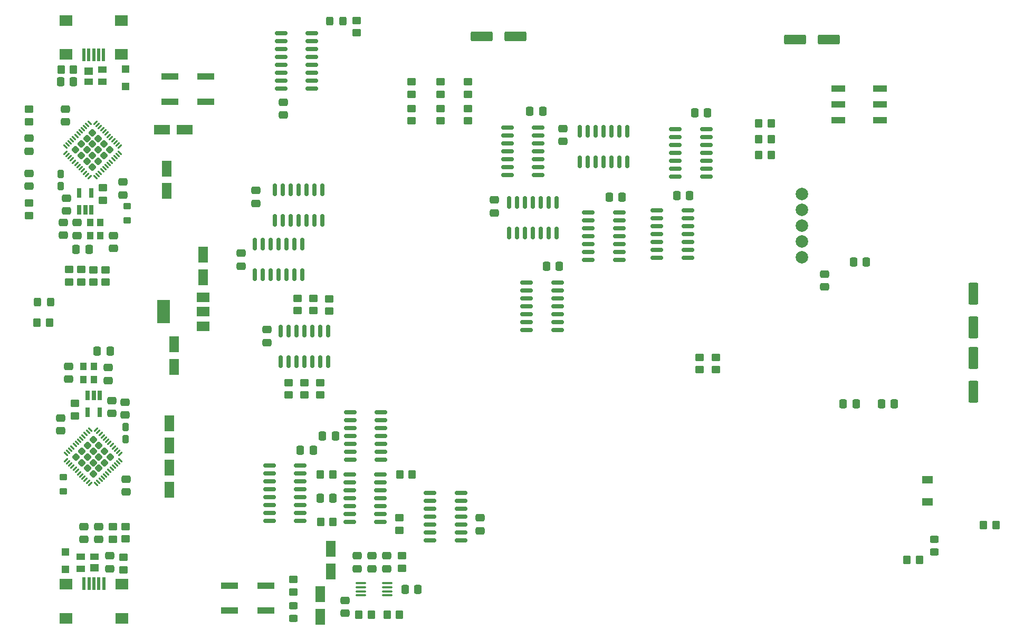
<source format=gbr>
%TF.GenerationSoftware,KiCad,Pcbnew,(6.0.0)*%
%TF.CreationDate,2022-06-20T16:18:32+01:00*%
%TF.ProjectId,RemoteLabs_supervisor_PCB,52656d6f-7465-44c6-9162-735f73757065,rev?*%
%TF.SameCoordinates,Original*%
%TF.FileFunction,Paste,Top*%
%TF.FilePolarity,Positive*%
%FSLAX46Y46*%
G04 Gerber Fmt 4.6, Leading zero omitted, Abs format (unit mm)*
G04 Created by KiCad (PCBNEW (6.0.0)) date 2022-06-20 16:18:32*
%MOMM*%
%LPD*%
G01*
G04 APERTURE LIST*
G04 Aperture macros list*
%AMRoundRect*
0 Rectangle with rounded corners*
0 $1 Rounding radius*
0 $2 $3 $4 $5 $6 $7 $8 $9 X,Y pos of 4 corners*
0 Add a 4 corners polygon primitive as box body*
4,1,4,$2,$3,$4,$5,$6,$7,$8,$9,$2,$3,0*
0 Add four circle primitives for the rounded corners*
1,1,$1+$1,$2,$3*
1,1,$1+$1,$4,$5*
1,1,$1+$1,$6,$7*
1,1,$1+$1,$8,$9*
0 Add four rect primitives between the rounded corners*
20,1,$1+$1,$2,$3,$4,$5,0*
20,1,$1+$1,$4,$5,$6,$7,0*
20,1,$1+$1,$6,$7,$8,$9,0*
20,1,$1+$1,$8,$9,$2,$3,0*%
G04 Aperture macros list end*
%ADD10RoundRect,0.250000X-0.350000X-0.450000X0.350000X-0.450000X0.350000X0.450000X-0.350000X0.450000X0*%
%ADD11RoundRect,0.250000X-0.475000X0.337500X-0.475000X-0.337500X0.475000X-0.337500X0.475000X0.337500X0*%
%ADD12RoundRect,0.250000X-0.550000X1.050000X-0.550000X-1.050000X0.550000X-1.050000X0.550000X1.050000X0*%
%ADD13RoundRect,0.250000X0.337500X0.475000X-0.337500X0.475000X-0.337500X-0.475000X0.337500X-0.475000X0*%
%ADD14RoundRect,0.250000X0.475000X-0.337500X0.475000X0.337500X-0.475000X0.337500X-0.475000X-0.337500X0*%
%ADD15RoundRect,0.250000X-0.550000X1.500000X-0.550000X-1.500000X0.550000X-1.500000X0.550000X1.500000X0*%
%ADD16RoundRect,0.150000X0.825000X0.150000X-0.825000X0.150000X-0.825000X-0.150000X0.825000X-0.150000X0*%
%ADD17RoundRect,0.250000X0.450000X-0.350000X0.450000X0.350000X-0.450000X0.350000X-0.450000X-0.350000X0*%
%ADD18RoundRect,0.250000X-0.450000X0.350000X-0.450000X-0.350000X0.450000X-0.350000X0.450000X0.350000X0*%
%ADD19RoundRect,0.150000X-0.825000X-0.150000X0.825000X-0.150000X0.825000X0.150000X-0.825000X0.150000X0*%
%ADD20R,1.700000X1.300000*%
%ADD21RoundRect,0.150000X0.150000X-0.825000X0.150000X0.825000X-0.150000X0.825000X-0.150000X-0.825000X0*%
%ADD22R,1.100000X1.300000*%
%ADD23RoundRect,0.250000X-0.337500X-0.475000X0.337500X-0.475000X0.337500X0.475000X-0.337500X0.475000X0*%
%ADD24RoundRect,0.250000X0.350000X0.450000X-0.350000X0.450000X-0.350000X-0.450000X0.350000X-0.450000X0*%
%ADD25RoundRect,0.250000X-0.275000X0.400000X-0.275000X-0.400000X0.275000X-0.400000X0.275000X0.400000X0*%
%ADD26RoundRect,0.250000X0.550000X-1.050000X0.550000X1.050000X-0.550000X1.050000X-0.550000X-1.050000X0*%
%ADD27RoundRect,0.250000X-0.325000X-0.450000X0.325000X-0.450000X0.325000X0.450000X-0.325000X0.450000X0*%
%ADD28RoundRect,0.250000X0.275000X-0.400000X0.275000X0.400000X-0.275000X0.400000X-0.275000X-0.400000X0*%
%ADD29R,0.650000X1.560000*%
%ADD30RoundRect,0.250000X0.450000X-0.325000X0.450000X0.325000X-0.450000X0.325000X-0.450000X-0.325000X0*%
%ADD31RoundRect,0.250000X-1.500000X-0.550000X1.500000X-0.550000X1.500000X0.550000X-1.500000X0.550000X0*%
%ADD32R,1.400000X1.200000*%
%ADD33R,1.400000X1.000000*%
%ADD34RoundRect,0.250000X0.550000X-1.500000X0.550000X1.500000X-0.550000X1.500000X-0.550000X-1.500000X0*%
%ADD35R,2.000000X1.500000*%
%ADD36R,2.000000X3.800000*%
%ADD37RoundRect,0.100000X-0.712500X-0.100000X0.712500X-0.100000X0.712500X0.100000X-0.712500X0.100000X0*%
%ADD38R,2.800000X1.000000*%
%ADD39RoundRect,0.250000X-0.381838X0.000000X0.000000X-0.381838X0.381838X0.000000X0.000000X0.381838X0*%
%ADD40RoundRect,0.062500X-0.309359X0.220971X0.220971X-0.309359X0.309359X-0.220971X-0.220971X0.309359X0*%
%ADD41RoundRect,0.062500X-0.309359X-0.220971X-0.220971X-0.309359X0.309359X0.220971X0.220971X0.309359X0*%
%ADD42R,0.500000X2.000000*%
%ADD43R,2.000000X1.700000*%
%ADD44C,2.000000*%
%ADD45RoundRect,0.250000X-1.050000X-0.550000X1.050000X-0.550000X1.050000X0.550000X-1.050000X0.550000X0*%
%ADD46R,1.200000X1.200000*%
%ADD47RoundRect,0.250000X-0.350000X0.275000X-0.350000X-0.275000X0.350000X-0.275000X0.350000X0.275000X0*%
%ADD48RoundRect,0.250000X0.381838X0.000000X0.000000X0.381838X-0.381838X0.000000X0.000000X-0.381838X0*%
%ADD49RoundRect,0.062500X0.309359X-0.220971X-0.220971X0.309359X-0.309359X0.220971X0.220971X-0.309359X0*%
%ADD50RoundRect,0.062500X0.309359X0.220971X0.220971X0.309359X-0.309359X-0.220971X-0.220971X-0.309359X0*%
%ADD51R,2.160000X1.120000*%
%ADD52RoundRect,0.250000X0.350000X-0.275000X0.350000X0.275000X-0.350000X0.275000X-0.350000X-0.275000X0*%
G04 APERTURE END LIST*
D10*
%TO.C,R11*%
X169291000Y-40843200D03*
X171291000Y-40843200D03*
%TD*%
D11*
%TO.C,C16*%
X58166000Y-52810500D03*
X58166000Y-54885500D03*
%TD*%
%TO.C,C38*%
X90373200Y-73948800D03*
X90373200Y-76023800D03*
%TD*%
D12*
%TO.C,EC4*%
X74676000Y-96062800D03*
X74676000Y-99662800D03*
%TD*%
D13*
%TO.C,C28*%
X134612200Y-38862000D03*
X132537200Y-38862000D03*
%TD*%
D14*
%TO.C,C33*%
X104851200Y-112311000D03*
X104851200Y-110236000D03*
%TD*%
D15*
%TO.C,EC9*%
X203758800Y-78521600D03*
X203758800Y-83921600D03*
%TD*%
D16*
%TO.C,U7*%
X97572600Y-35179000D03*
X97572600Y-33909000D03*
X97572600Y-32639000D03*
X97572600Y-31369000D03*
X97572600Y-30099000D03*
X97572600Y-28829000D03*
X97572600Y-27559000D03*
X97572600Y-26289000D03*
X92622600Y-26289000D03*
X92622600Y-27559000D03*
X92622600Y-28829000D03*
X92622600Y-30099000D03*
X92622600Y-31369000D03*
X92622600Y-32639000D03*
X92622600Y-33909000D03*
X92622600Y-35179000D03*
%TD*%
D17*
%TO.C,R35*%
X111658400Y-106172000D03*
X111658400Y-104172000D03*
%TD*%
D11*
%TO.C,C18*%
X57708800Y-56692800D03*
X57708800Y-58767800D03*
%TD*%
D18*
%TO.C,R4*%
X67665600Y-105562400D03*
X67665600Y-107562400D03*
%TD*%
D19*
%TO.C,U10*%
X132043400Y-66344800D03*
X132043400Y-67614800D03*
X132043400Y-68884800D03*
X132043400Y-70154800D03*
X132043400Y-71424800D03*
X132043400Y-72694800D03*
X132043400Y-73964800D03*
X136993400Y-73964800D03*
X136993400Y-72694800D03*
X136993400Y-71424800D03*
X136993400Y-70154800D03*
X136993400Y-68884800D03*
X136993400Y-67614800D03*
X136993400Y-66344800D03*
%TD*%
D14*
%TO.C,C4*%
X65481200Y-87376000D03*
X65481200Y-85301000D03*
%TD*%
D10*
%TO.C,R32*%
X98974400Y-104851200D03*
X100974400Y-104851200D03*
%TD*%
D13*
%TO.C,C24*%
X161072600Y-39116000D03*
X158997600Y-39116000D03*
%TD*%
D20*
%TO.C,D1*%
X196392800Y-98072000D03*
X196392800Y-101572000D03*
%TD*%
D11*
%TO.C,C11*%
X57302400Y-88116500D03*
X57302400Y-90191500D03*
%TD*%
%TO.C,C40*%
X86258400Y-61671200D03*
X86258400Y-63746200D03*
%TD*%
D14*
%TO.C,C8*%
X67614800Y-87651500D03*
X67614800Y-85576500D03*
%TD*%
D13*
%TO.C,C10*%
X191051000Y-85852000D03*
X188976000Y-85852000D03*
%TD*%
D18*
%TO.C,R39*%
X104800400Y-24282400D03*
X104800400Y-26282400D03*
%TD*%
%TO.C,R21*%
X113588800Y-34153600D03*
X113588800Y-36153600D03*
%TD*%
D17*
%TO.C,R27*%
X93827600Y-84434200D03*
X93827600Y-82434200D03*
%TD*%
D21*
%TO.C,U8*%
X129235200Y-58456600D03*
X130505200Y-58456600D03*
X131775200Y-58456600D03*
X133045200Y-58456600D03*
X134315200Y-58456600D03*
X135585200Y-58456600D03*
X136855200Y-58456600D03*
X136855200Y-53506600D03*
X135585200Y-53506600D03*
X134315200Y-53506600D03*
X133045200Y-53506600D03*
X131775200Y-53506600D03*
X130505200Y-53506600D03*
X129235200Y-53506600D03*
%TD*%
D19*
%TO.C,U14*%
X152980300Y-54813200D03*
X152980300Y-56083200D03*
X152980300Y-57353200D03*
X152980300Y-58623200D03*
X152980300Y-59893200D03*
X152980300Y-61163200D03*
X152980300Y-62433200D03*
X157930300Y-62433200D03*
X157930300Y-61163200D03*
X157930300Y-59893200D03*
X157930300Y-58623200D03*
X157930300Y-57353200D03*
X157930300Y-56083200D03*
X157930300Y-54813200D03*
%TD*%
D14*
%TO.C,C34*%
X102870000Y-119481600D03*
X102870000Y-117406600D03*
%TD*%
D22*
%TO.C,X2*%
X63652400Y-58826400D03*
X63652400Y-56726400D03*
X62002400Y-56726400D03*
X62002400Y-58826400D03*
%TD*%
D23*
%TO.C,C12*%
X95707200Y-93319600D03*
X97782200Y-93319600D03*
%TD*%
D24*
%TO.C,R33*%
X113674400Y-97231200D03*
X111674400Y-97231200D03*
%TD*%
%TO.C,R14*%
X111645200Y-119684800D03*
X109645200Y-119684800D03*
%TD*%
D18*
%TO.C,R3*%
X65633600Y-105578400D03*
X65633600Y-107578400D03*
%TD*%
D11*
%TO.C,C1B1*%
X52171600Y-48818800D03*
X52171600Y-50893800D03*
%TD*%
D25*
%TO.C,C7*%
X67716400Y-89550600D03*
X67716400Y-91500600D03*
%TD*%
D13*
%TO.C,C25*%
X137312400Y-63754000D03*
X135237400Y-63754000D03*
%TD*%
D26*
%TO.C,EC6*%
X74269600Y-51663600D03*
X74269600Y-48063600D03*
%TD*%
D18*
%TO.C,R30*%
X95300800Y-68884800D03*
X95300800Y-70884800D03*
%TD*%
D11*
%TO.C,C1A1*%
X52171600Y-43187800D03*
X52171600Y-45262800D03*
%TD*%
D18*
%TO.C,R31*%
X97815400Y-68897800D03*
X97815400Y-70897800D03*
%TD*%
D26*
%TO.C,EC3*%
X74676000Y-92579600D03*
X74676000Y-88979600D03*
%TD*%
D21*
%TO.C,U9*%
X140563600Y-47012400D03*
X141833600Y-47012400D03*
X143103600Y-47012400D03*
X144373600Y-47012400D03*
X145643600Y-47012400D03*
X146913600Y-47012400D03*
X148183600Y-47012400D03*
X148183600Y-42062400D03*
X146913600Y-42062400D03*
X145643600Y-42062400D03*
X144373600Y-42062400D03*
X143103600Y-42062400D03*
X141833600Y-42062400D03*
X140563600Y-42062400D03*
%TD*%
D14*
%TO.C,C9*%
X67767200Y-99995900D03*
X67767200Y-97920900D03*
%TD*%
D18*
%TO.C,R40*%
X59537600Y-85801200D03*
X59537600Y-87801200D03*
%TD*%
D11*
%TO.C,C32*%
X107238800Y-110236000D03*
X107238800Y-112311000D03*
%TD*%
D17*
%TO.C,R25*%
X64465200Y-66312800D03*
X64465200Y-64312800D03*
%TD*%
D11*
%TO.C,C19*%
X58064400Y-38514200D03*
X58064400Y-40589200D03*
%TD*%
D23*
%TO.C,C35*%
X112522000Y-115620800D03*
X114597000Y-115620800D03*
%TD*%
D13*
%TO.C,C20*%
X61815800Y-61010800D03*
X59740800Y-61010800D03*
%TD*%
D27*
%TO.C,D9*%
X100482400Y-24384000D03*
X102532400Y-24384000D03*
%TD*%
D18*
%TO.C,R29*%
X100355400Y-68962800D03*
X100355400Y-70962800D03*
%TD*%
D10*
%TO.C,R36*%
X193106800Y-110896400D03*
X195106800Y-110896400D03*
%TD*%
D13*
%TO.C,C43*%
X100974400Y-101041200D03*
X98899400Y-101041200D03*
%TD*%
D17*
%TO.C,R24*%
X62534800Y-66312800D03*
X62534800Y-64312800D03*
%TD*%
%TO.C,R41*%
X64008000Y-53171600D03*
X64008000Y-51171600D03*
%TD*%
D28*
%TO.C,C17*%
X57251600Y-50911400D03*
X57251600Y-48961400D03*
%TD*%
D14*
%TO.C,C21*%
X67259200Y-52294700D03*
X67259200Y-50219700D03*
%TD*%
D29*
%TO.C,U23*%
X60264000Y-54690000D03*
X61214000Y-54690000D03*
X62164000Y-54690000D03*
X62164000Y-51990000D03*
X60264000Y-51990000D03*
%TD*%
D24*
%TO.C,R6*%
X207384400Y-105359200D03*
X205384400Y-105359200D03*
%TD*%
D30*
%TO.C,D8*%
X94589600Y-120345200D03*
X94589600Y-118295200D03*
%TD*%
D17*
%TO.C,R38*%
X94640400Y-116078000D03*
X94640400Y-114078000D03*
%TD*%
%TO.C,R26*%
X96367600Y-84434200D03*
X96367600Y-82434200D03*
%TD*%
D12*
%TO.C,EC7*%
X98907600Y-116433600D03*
X98907600Y-120033600D03*
%TD*%
D11*
%TO.C,C39*%
X88595200Y-51590400D03*
X88595200Y-53665400D03*
%TD*%
D31*
%TO.C,EC10*%
X124815600Y-26822400D03*
X130215600Y-26822400D03*
%TD*%
D11*
%TO.C,C29*%
X126847600Y-53100200D03*
X126847600Y-55175200D03*
%TD*%
D18*
%TO.C,R12*%
X159766000Y-78365600D03*
X159766000Y-80365600D03*
%TD*%
D32*
%TO.C,D4*%
X61722000Y-32387200D03*
D33*
X61722000Y-34107200D03*
X63922000Y-34107200D03*
X63922000Y-32207200D03*
%TD*%
D18*
%TO.C,R7*%
X67310000Y-110522000D03*
X67310000Y-112522000D03*
%TD*%
D32*
%TO.C,D3*%
X62687200Y-112166400D03*
D33*
X62687200Y-110446400D03*
X60487200Y-110446400D03*
X60487200Y-112346400D03*
%TD*%
D34*
%TO.C,EC11*%
X203708000Y-73558400D03*
X203708000Y-68158400D03*
%TD*%
D17*
%TO.C,R1*%
X52222400Y-40522400D03*
X52222400Y-38522400D03*
%TD*%
D13*
%TO.C,C42*%
X101367500Y-91033600D03*
X99292500Y-91033600D03*
%TD*%
D18*
%TO.C,R18*%
X113588800Y-38404800D03*
X113588800Y-40404800D03*
%TD*%
D35*
%TO.C,U3*%
X80112400Y-73369200D03*
D36*
X73812400Y-71069200D03*
D35*
X80112400Y-71069200D03*
X80112400Y-68769200D03*
%TD*%
D14*
%TO.C,C3*%
X65176400Y-112318800D03*
X65176400Y-110243800D03*
%TD*%
D13*
%TO.C,C13*%
X59326600Y-34137600D03*
X57251600Y-34137600D03*
%TD*%
D21*
%TO.C,U22*%
X92608400Y-79116200D03*
X93878400Y-79116200D03*
X95148400Y-79116200D03*
X96418400Y-79116200D03*
X97688400Y-79116200D03*
X98958400Y-79116200D03*
X100228400Y-79116200D03*
X100228400Y-74166200D03*
X98958400Y-74166200D03*
X97688400Y-74166200D03*
X96418400Y-74166200D03*
X95148400Y-74166200D03*
X93878400Y-74166200D03*
X92608400Y-74166200D03*
%TD*%
D18*
%TO.C,R19*%
X118211600Y-34153600D03*
X118211600Y-36153600D03*
%TD*%
D10*
%TO.C,R16*%
X105105200Y-119684800D03*
X107105200Y-119684800D03*
%TD*%
D29*
%TO.C,U2*%
X63520400Y-84523600D03*
X62570400Y-84523600D03*
X61620400Y-84523600D03*
X61620400Y-87223600D03*
X63520400Y-87223600D03*
%TD*%
D17*
%TO.C,R28*%
X98907600Y-84434200D03*
X98907600Y-82434200D03*
%TD*%
D11*
%TO.C,C26*%
X137871200Y-41641800D03*
X137871200Y-43716800D03*
%TD*%
D37*
%TO.C,U19*%
X105460800Y-114676400D03*
X105460800Y-115326400D03*
X105460800Y-115976400D03*
X105460800Y-116626400D03*
X109685800Y-116626400D03*
X109685800Y-115976400D03*
X109685800Y-115326400D03*
X109685800Y-114676400D03*
%TD*%
D21*
%TO.C,U20*%
X91643200Y-56424600D03*
X92913200Y-56424600D03*
X94183200Y-56424600D03*
X95453200Y-56424600D03*
X96723200Y-56424600D03*
X97993200Y-56424600D03*
X99263200Y-56424600D03*
X99263200Y-51474600D03*
X97993200Y-51474600D03*
X96723200Y-51474600D03*
X95453200Y-51474600D03*
X94183200Y-51474600D03*
X92913200Y-51474600D03*
X91643200Y-51474600D03*
%TD*%
D11*
%TO.C,C2B1*%
X61010800Y-105562400D03*
X61010800Y-107637400D03*
%TD*%
D17*
%TO.C,R23*%
X60553600Y-66294000D03*
X60553600Y-64294000D03*
%TD*%
D18*
%TO.C,R2*%
X52222400Y-53594000D03*
X52222400Y-55594000D03*
%TD*%
D38*
%TO.C,SW2*%
X84378800Y-119062000D03*
X90178800Y-119062000D03*
X90178800Y-115062000D03*
X84378800Y-115062000D03*
%TD*%
D11*
%TO.C,C31*%
X109626400Y-110236000D03*
X109626400Y-112311000D03*
%TD*%
D39*
%TO.C,U4*%
X62481768Y-97122903D03*
X64306103Y-93474232D03*
X60657433Y-95298568D03*
X63393936Y-94386400D03*
X62481768Y-95298568D03*
X61569600Y-92562065D03*
X61569600Y-96210735D03*
X64306103Y-95298568D03*
X62481768Y-93474232D03*
X60657433Y-93474232D03*
X65218271Y-94386400D03*
X63393936Y-92562065D03*
X63393936Y-96210735D03*
X59745265Y-94386400D03*
X62481768Y-91649897D03*
X61569600Y-94386400D03*
D40*
X61995632Y-90011177D03*
X61642079Y-90364730D03*
X61288525Y-90718284D03*
X60934972Y-91071837D03*
X60581419Y-91425390D03*
X60227865Y-91778944D03*
X59874312Y-92132497D03*
X59520758Y-92486051D03*
X59167205Y-92839604D03*
X58813652Y-93193157D03*
X58460098Y-93546711D03*
X58106545Y-93900264D03*
D41*
X58106545Y-94872536D03*
X58460098Y-95226089D03*
X58813652Y-95579643D03*
X59167205Y-95933196D03*
X59520758Y-96286749D03*
X59874312Y-96640303D03*
X60227865Y-96993856D03*
X60581419Y-97347410D03*
X60934972Y-97700963D03*
X61288525Y-98054516D03*
X61642079Y-98408070D03*
X61995632Y-98761623D03*
D40*
X62967904Y-98761623D03*
X63321457Y-98408070D03*
X63675011Y-98054516D03*
X64028564Y-97700963D03*
X64382117Y-97347410D03*
X64735671Y-96993856D03*
X65089224Y-96640303D03*
X65442778Y-96286749D03*
X65796331Y-95933196D03*
X66149884Y-95579643D03*
X66503438Y-95226089D03*
X66856991Y-94872536D03*
D41*
X66856991Y-93900264D03*
X66503438Y-93546711D03*
X66149884Y-93193157D03*
X65796331Y-92839604D03*
X65442778Y-92486051D03*
X65089224Y-92132497D03*
X64735671Y-91778944D03*
X64382117Y-91425390D03*
X64028564Y-91071837D03*
X63675011Y-90718284D03*
X63321457Y-90364730D03*
X62967904Y-90011177D03*
%TD*%
D42*
%TO.C,J7*%
X61006000Y-114744400D03*
X61806000Y-114744400D03*
X62606000Y-114744400D03*
X63406000Y-114744400D03*
X64206000Y-114744400D03*
D43*
X58156000Y-120294400D03*
X67056000Y-120294400D03*
X58156000Y-114844400D03*
X67056000Y-114844400D03*
%TD*%
D26*
%TO.C,EC1*%
X80111600Y-65532000D03*
X80111600Y-61932000D03*
%TD*%
D44*
%TO.C,A3*%
X176199800Y-52194520D03*
X176199800Y-54734520D03*
X176199800Y-57274520D03*
X176199800Y-59814520D03*
X176199800Y-62354520D03*
%TD*%
D45*
%TO.C,EC5*%
X73558400Y-41808400D03*
X77158400Y-41808400D03*
%TD*%
D17*
%TO.C,R15*%
X112014000Y-112236000D03*
X112014000Y-110236000D03*
%TD*%
D26*
%TO.C,EC8*%
X100634800Y-112776000D03*
X100634800Y-109176000D03*
%TD*%
D22*
%TO.C,X1*%
X60935600Y-79840400D03*
X60935600Y-81940400D03*
X62585600Y-81940400D03*
X62585600Y-79840400D03*
%TD*%
D46*
%TO.C,D5*%
X67665600Y-34854800D03*
X67665600Y-32054800D03*
%TD*%
D19*
%TO.C,U12*%
X141949400Y-55118000D03*
X141949400Y-56388000D03*
X141949400Y-57658000D03*
X141949400Y-58928000D03*
X141949400Y-60198000D03*
X141949400Y-61468000D03*
X141949400Y-62738000D03*
X146899400Y-62738000D03*
X146899400Y-61468000D03*
X146899400Y-60198000D03*
X146899400Y-58928000D03*
X146899400Y-57658000D03*
X146899400Y-56388000D03*
X146899400Y-55118000D03*
%TD*%
D11*
%TO.C,C41*%
X124612400Y-104140000D03*
X124612400Y-106215000D03*
%TD*%
D13*
%TO.C,C30*%
X147356600Y-52679600D03*
X145281600Y-52679600D03*
%TD*%
D47*
%TO.C,FB1*%
X57708800Y-97605200D03*
X57708800Y-99905200D03*
%TD*%
D13*
%TO.C,C6*%
X184904200Y-85852000D03*
X182829200Y-85852000D03*
%TD*%
D18*
%TO.C,R13*%
X162407600Y-78365600D03*
X162407600Y-80365600D03*
%TD*%
D21*
%TO.C,U21*%
X88417400Y-65143200D03*
X89687400Y-65143200D03*
X90957400Y-65143200D03*
X92227400Y-65143200D03*
X93497400Y-65143200D03*
X94767400Y-65143200D03*
X96037400Y-65143200D03*
X96037400Y-60193200D03*
X94767400Y-60193200D03*
X93497400Y-60193200D03*
X92227400Y-60193200D03*
X90957400Y-60193200D03*
X89687400Y-60193200D03*
X88417400Y-60193200D03*
%TD*%
D18*
%TO.C,R20*%
X118211600Y-38423600D03*
X118211600Y-40423600D03*
%TD*%
D48*
%TO.C,U6*%
X62382400Y-42323097D03*
X61470232Y-46883935D03*
X64206735Y-44147432D03*
X59645897Y-45059600D03*
X61470232Y-43235265D03*
X62382400Y-44147432D03*
X61470232Y-45059600D03*
X63294568Y-45059600D03*
X62382400Y-45971768D03*
X60558065Y-45971768D03*
X64206735Y-45971768D03*
X63294568Y-46883935D03*
X60558065Y-44147432D03*
X63294568Y-43235265D03*
X65118903Y-45059600D03*
X62382400Y-47796103D03*
D49*
X62868536Y-49434823D03*
X63222089Y-49081270D03*
X63575643Y-48727716D03*
X63929196Y-48374163D03*
X64282749Y-48020610D03*
X64636303Y-47667056D03*
X64989856Y-47313503D03*
X65343410Y-46959949D03*
X65696963Y-46606396D03*
X66050516Y-46252843D03*
X66404070Y-45899289D03*
X66757623Y-45545736D03*
D50*
X66757623Y-44573464D03*
X66404070Y-44219911D03*
X66050516Y-43866357D03*
X65696963Y-43512804D03*
X65343410Y-43159251D03*
X64989856Y-42805697D03*
X64636303Y-42452144D03*
X64282749Y-42098590D03*
X63929196Y-41745037D03*
X63575643Y-41391484D03*
X63222089Y-41037930D03*
X62868536Y-40684377D03*
D49*
X61896264Y-40684377D03*
X61542711Y-41037930D03*
X61189157Y-41391484D03*
X60835604Y-41745037D03*
X60482051Y-42098590D03*
X60128497Y-42452144D03*
X59774944Y-42805697D03*
X59421390Y-43159251D03*
X59067837Y-43512804D03*
X58714284Y-43866357D03*
X58360730Y-44219911D03*
X58007177Y-44573464D03*
D50*
X58007177Y-45545736D03*
X58360730Y-45899289D03*
X58714284Y-46252843D03*
X59067837Y-46606396D03*
X59421390Y-46959949D03*
X59774944Y-47313503D03*
X60128497Y-47667056D03*
X60482051Y-48020610D03*
X60835604Y-48374163D03*
X61189157Y-48727716D03*
X61542711Y-49081270D03*
X61896264Y-49434823D03*
%TD*%
D19*
%TO.C,U5*%
X90757200Y-95758000D03*
X90757200Y-97028000D03*
X90757200Y-98298000D03*
X90757200Y-99568000D03*
X90757200Y-100838000D03*
X90757200Y-102108000D03*
X90757200Y-103378000D03*
X90757200Y-104648000D03*
X95707200Y-104648000D03*
X95707200Y-103378000D03*
X95707200Y-102108000D03*
X95707200Y-100838000D03*
X95707200Y-99568000D03*
X95707200Y-98298000D03*
X95707200Y-97028000D03*
X95707200Y-95758000D03*
%TD*%
D10*
%TO.C,R9*%
X169291000Y-45923200D03*
X171291000Y-45923200D03*
%TD*%
D19*
%TO.C,U17*%
X103644400Y-97231200D03*
X103644400Y-98501200D03*
X103644400Y-99771200D03*
X103644400Y-101041200D03*
X103644400Y-102311200D03*
X103644400Y-103581200D03*
X103644400Y-104851200D03*
X108594400Y-104851200D03*
X108594400Y-103581200D03*
X108594400Y-102311200D03*
X108594400Y-101041200D03*
X108594400Y-99771200D03*
X108594400Y-98501200D03*
X108594400Y-97231200D03*
%TD*%
D18*
%TO.C,R17*%
X122631200Y-34153600D03*
X122631200Y-36153600D03*
%TD*%
D51*
%TO.C,SW1*%
X182042800Y-35255200D03*
X182042800Y-37795200D03*
X182042800Y-40335200D03*
X188772800Y-40335200D03*
X188772800Y-37795200D03*
X188772800Y-35255200D03*
%TD*%
D30*
%TO.C,D6*%
X197510400Y-109644400D03*
X197510400Y-107594400D03*
%TD*%
D10*
%TO.C,R34*%
X98936900Y-97231200D03*
X100936900Y-97231200D03*
%TD*%
D27*
%TO.C,D7*%
X53576000Y-69469000D03*
X55626000Y-69469000D03*
%TD*%
D19*
%TO.C,U16*%
X103718500Y-87223600D03*
X103718500Y-88493600D03*
X103718500Y-89763600D03*
X103718500Y-91033600D03*
X103718500Y-92303600D03*
X103718500Y-93573600D03*
X103718500Y-94843600D03*
X108668500Y-94843600D03*
X108668500Y-93573600D03*
X108668500Y-92303600D03*
X108668500Y-91033600D03*
X108668500Y-89763600D03*
X108668500Y-88493600D03*
X108668500Y-87223600D03*
%TD*%
D14*
%TO.C,C2*%
X179832000Y-67056000D03*
X179832000Y-64981000D03*
%TD*%
D19*
%TO.C,U11*%
X128944600Y-41452800D03*
X128944600Y-42722800D03*
X128944600Y-43992800D03*
X128944600Y-45262800D03*
X128944600Y-46532800D03*
X128944600Y-47802800D03*
X128944600Y-49072800D03*
X133894600Y-49072800D03*
X133894600Y-47802800D03*
X133894600Y-46532800D03*
X133894600Y-45262800D03*
X133894600Y-43992800D03*
X133894600Y-42722800D03*
X133894600Y-41452800D03*
%TD*%
D17*
%TO.C,R22*%
X58623200Y-66278000D03*
X58623200Y-64278000D03*
%TD*%
D38*
%TO.C,SW3*%
X74773200Y-33306000D03*
X80573200Y-33306000D03*
X80573200Y-37306000D03*
X74773200Y-37306000D03*
%TD*%
D31*
%TO.C,EC12*%
X175143200Y-27381200D03*
X180543200Y-27381200D03*
%TD*%
D11*
%TO.C,C22*%
X93014800Y-37388800D03*
X93014800Y-39463800D03*
%TD*%
D19*
%TO.C,U13*%
X155919400Y-41706800D03*
X155919400Y-42976800D03*
X155919400Y-44246800D03*
X155919400Y-45516800D03*
X155919400Y-46786800D03*
X155919400Y-48056800D03*
X155919400Y-49326800D03*
X160869400Y-49326800D03*
X160869400Y-48056800D03*
X160869400Y-46786800D03*
X160869400Y-45516800D03*
X160869400Y-44246800D03*
X160869400Y-42976800D03*
X160869400Y-41706800D03*
%TD*%
D16*
%TO.C,U15*%
X121513600Y-107797600D03*
X121513600Y-106527600D03*
X121513600Y-105257600D03*
X121513600Y-103987600D03*
X121513600Y-102717600D03*
X121513600Y-101447600D03*
X121513600Y-100177600D03*
X116563600Y-100177600D03*
X116563600Y-101447600D03*
X116563600Y-102717600D03*
X116563600Y-103987600D03*
X116563600Y-105257600D03*
X116563600Y-106527600D03*
X116563600Y-107797600D03*
%TD*%
D11*
%TO.C,C23*%
X65735200Y-58826400D03*
X65735200Y-60901400D03*
%TD*%
D14*
%TO.C,C2A1*%
X63347600Y-107637400D03*
X63347600Y-105562400D03*
%TD*%
D42*
%TO.C,J13*%
X64165200Y-29832400D03*
X63365200Y-29832400D03*
X62565200Y-29832400D03*
X61765200Y-29832400D03*
X60965200Y-29832400D03*
D43*
X58115200Y-29732400D03*
X67015200Y-24282400D03*
X58115200Y-24282400D03*
X67015200Y-29732400D03*
%TD*%
D13*
%TO.C,C27*%
X158227800Y-52374800D03*
X156152800Y-52374800D03*
%TD*%
D14*
%TO.C,C15*%
X64871600Y-82085000D03*
X64871600Y-80010000D03*
%TD*%
D12*
%TO.C,EC2*%
X75438000Y-76301600D03*
X75438000Y-79901600D03*
%TD*%
D46*
%TO.C,D2*%
X58064400Y-109620400D03*
X58064400Y-112420400D03*
%TD*%
D52*
%TO.C,FB2*%
X67919600Y-56402000D03*
X67919600Y-54102000D03*
%TD*%
D11*
%TO.C,C14*%
X58572400Y-79806800D03*
X58572400Y-81881800D03*
%TD*%
D17*
%TO.C,R5*%
X122625530Y-40420677D03*
X122625530Y-38420677D03*
%TD*%
D10*
%TO.C,R8*%
X57318400Y-32156400D03*
X59318400Y-32156400D03*
%TD*%
D24*
%TO.C,R37*%
X55499000Y-72771000D03*
X53499000Y-72771000D03*
%TD*%
D13*
%TO.C,C1*%
X186580600Y-63042800D03*
X184505600Y-63042800D03*
%TD*%
D23*
%TO.C,C5*%
X63152200Y-77419200D03*
X65227200Y-77419200D03*
%TD*%
D10*
%TO.C,R10*%
X169291000Y-43383200D03*
X171291000Y-43383200D03*
%TD*%
D11*
%TO.C,C36*%
X59893200Y-56751400D03*
X59893200Y-58826400D03*
%TD*%
M02*

</source>
